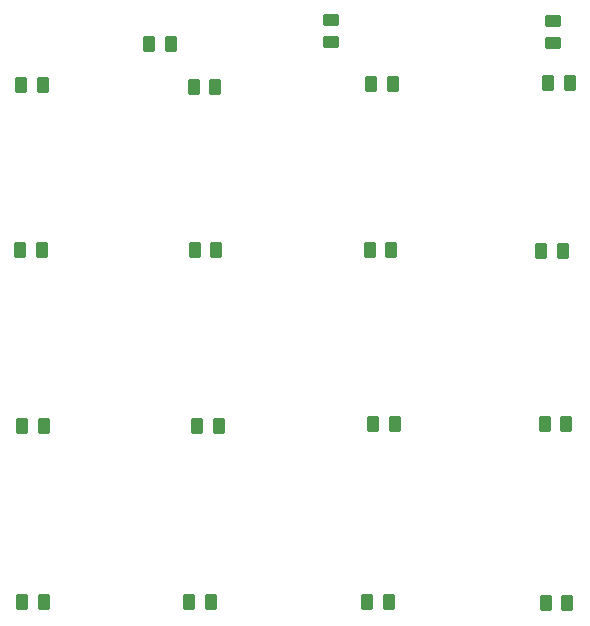
<source format=gbr>
%TF.GenerationSoftware,KiCad,Pcbnew,8.0.6*%
%TF.CreationDate,2024-10-18T13:29:46-03:00*%
%TF.ProjectId,analog-keypad-16-keys,616e616c-6f67-42d6-9b65-797061642d31,rev?*%
%TF.SameCoordinates,Original*%
%TF.FileFunction,Paste,Top*%
%TF.FilePolarity,Positive*%
%FSLAX46Y46*%
G04 Gerber Fmt 4.6, Leading zero omitted, Abs format (unit mm)*
G04 Created by KiCad (PCBNEW 8.0.6) date 2024-10-18 13:29:46*
%MOMM*%
%LPD*%
G01*
G04 APERTURE LIST*
G04 Aperture macros list*
%AMRoundRect*
0 Rectangle with rounded corners*
0 $1 Rounding radius*
0 $2 $3 $4 $5 $6 $7 $8 $9 X,Y pos of 4 corners*
0 Add a 4 corners polygon primitive as box body*
4,1,4,$2,$3,$4,$5,$6,$7,$8,$9,$2,$3,0*
0 Add four circle primitives for the rounded corners*
1,1,$1+$1,$2,$3*
1,1,$1+$1,$4,$5*
1,1,$1+$1,$6,$7*
1,1,$1+$1,$8,$9*
0 Add four rect primitives between the rounded corners*
20,1,$1+$1,$2,$3,$4,$5,0*
20,1,$1+$1,$4,$5,$6,$7,0*
20,1,$1+$1,$6,$7,$8,$9,0*
20,1,$1+$1,$8,$9,$2,$3,0*%
G04 Aperture macros list end*
%ADD10RoundRect,0.250000X-0.262500X-0.450000X0.262500X-0.450000X0.262500X0.450000X-0.262500X0.450000X0*%
%ADD11RoundRect,0.250000X0.262500X0.450000X-0.262500X0.450000X-0.262500X-0.450000X0.262500X-0.450000X0*%
%ADD12RoundRect,0.250000X-0.450000X0.262500X-0.450000X-0.262500X0.450000X-0.262500X0.450000X0.262500X0*%
%ADD13RoundRect,0.250000X0.450000X-0.262500X0.450000X0.262500X-0.450000X0.262500X-0.450000X-0.262500X0*%
G04 APERTURE END LIST*
D10*
%TO.C,R2*%
X101275000Y-60100000D03*
X103100000Y-60100000D03*
%TD*%
%TO.C,R3*%
X101475000Y-75000000D03*
X103300000Y-75000000D03*
%TD*%
%TO.C,R8*%
X115987500Y-46300000D03*
X117812500Y-46300000D03*
%TD*%
%TO.C,R15*%
X145787500Y-90000000D03*
X147612500Y-90000000D03*
%TD*%
%TO.C,R14*%
X145687500Y-74900000D03*
X147512500Y-74900000D03*
%TD*%
D11*
%TO.C,R5*%
X117900000Y-60100000D03*
X116075000Y-60100000D03*
%TD*%
D10*
%TO.C,R7*%
X115587500Y-89900000D03*
X117412500Y-89900000D03*
%TD*%
D12*
%TO.C,R19*%
X146400000Y-40775000D03*
X146400000Y-42600000D03*
%TD*%
D10*
%TO.C,R12*%
X130987500Y-46100000D03*
X132812500Y-46100000D03*
%TD*%
%TO.C,R17*%
X112187500Y-42700000D03*
X114012500Y-42700000D03*
%TD*%
%TO.C,R10*%
X131175000Y-74900000D03*
X133000000Y-74900000D03*
%TD*%
%TO.C,R6*%
X116287500Y-75000000D03*
X118112500Y-75000000D03*
%TD*%
%TO.C,R4*%
X101475000Y-89900000D03*
X103300000Y-89900000D03*
%TD*%
%TO.C,R9*%
X130875000Y-60100000D03*
X132700000Y-60100000D03*
%TD*%
%TO.C,R16*%
X145987500Y-46000000D03*
X147812500Y-46000000D03*
%TD*%
%TO.C,R11*%
X130687500Y-89900000D03*
X132512500Y-89900000D03*
%TD*%
%TO.C,R1*%
X101387500Y-46200000D03*
X103212500Y-46200000D03*
%TD*%
D13*
%TO.C,R18*%
X127600000Y-42512500D03*
X127600000Y-40687500D03*
%TD*%
D10*
%TO.C,R13*%
X145387500Y-60200000D03*
X147212500Y-60200000D03*
%TD*%
M02*

</source>
